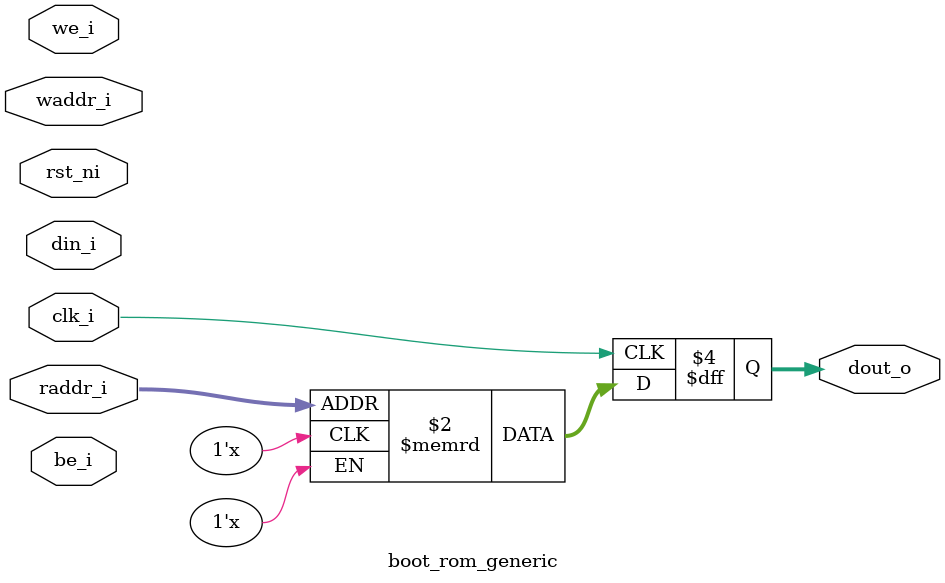
<source format=sv>
module boot_rom_generic #(
  parameter ABITS      = 10,
  parameter DBITS      = 32,
  parameter INIT_MEMORY= 0,
  parameter INIT_FILE  = ""
)
(
  input                        rst_ni,
  input                        clk_i,

  //Write side
  input      [ ABITS     -1:0] waddr_i,
  input      [ DBITS     -1:0] din_i,
  input                        we_i,
  input      [(DBITS+7)/8-1:0] be_i,

  //Read side
  input      [ ABITS     -1:0] raddr_i,
  output reg [ DBITS     -1:0] dout_o
);
  (* ram_style = "block" *) reg [DBITS-1:0] mem_array [2**ABITS -1:0];  //memory array

  always @(posedge clk_i)
    dout_o <= mem_array[ raddr_i ];


  initial begin
    if (INIT_MEMORY) begin
      $readmemh(INIT_FILE, mem_array);
    end
  end
endmodule



</source>
